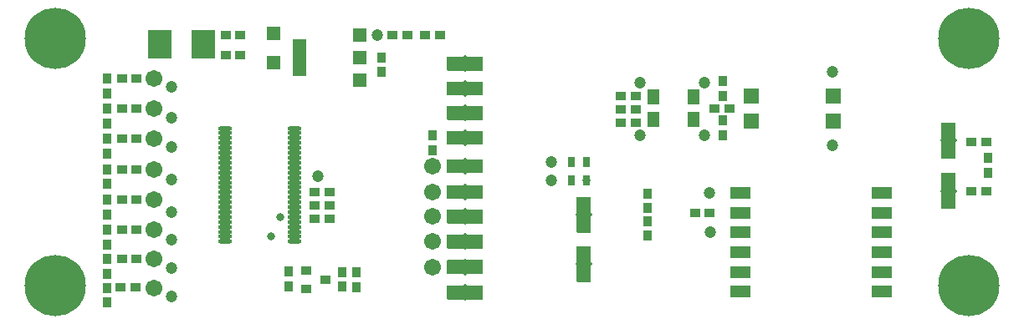
<source format=gts>
G04*
G04 #@! TF.GenerationSoftware,Altium Limited,Altium Designer,19.0.14 (431)*
G04*
G04 Layer_Color=8388736*
%FSLAX25Y25*%
%MOIN*%
G70*
G01*
G75*
%ADD18C,0.04737*%
G04:AMPARAMS|DCode=19|XSize=31.5mil|YSize=55.12mil|CornerRadius=3.15mil|HoleSize=0mil|Usage=FLASHONLY|Rotation=90.000|XOffset=0mil|YOffset=0mil|HoleType=Round|Shape=RoundedRectangle|*
%AMROUNDEDRECTD19*
21,1,0.03150,0.04882,0,0,90.0*
21,1,0.02520,0.05512,0,0,90.0*
1,1,0.00630,0.02441,0.01260*
1,1,0.00630,0.02441,-0.01260*
1,1,0.00630,-0.02441,-0.01260*
1,1,0.00630,-0.02441,0.01260*
%
%ADD19ROUNDEDRECTD19*%
G04:AMPARAMS|DCode=20|XSize=51.18mil|YSize=51.18mil|CornerRadius=5.12mil|HoleSize=0mil|Usage=FLASHONLY|Rotation=135.000|XOffset=0mil|YOffset=0mil|HoleType=Round|Shape=RoundedRectangle|*
%AMROUNDEDRECTD20*
21,1,0.05118,0.04095,0,0,135.0*
21,1,0.04095,0.05118,0,0,135.0*
1,1,0.01024,0.00000,0.02895*
1,1,0.01024,0.02895,0.00000*
1,1,0.01024,0.00000,-0.02895*
1,1,0.01024,-0.02895,0.00000*
%
%ADD20ROUNDEDRECTD20*%
%ADD21R,0.08280X0.04816*%
%ADD22R,0.03753X0.03950*%
%ADD23R,0.03950X0.03753*%
G04:AMPARAMS|DCode=24|XSize=31.5mil|YSize=55.12mil|CornerRadius=3.15mil|HoleSize=0mil|Usage=FLASHONLY|Rotation=0.000|XOffset=0mil|YOffset=0mil|HoleType=Round|Shape=RoundedRectangle|*
%AMROUNDEDRECTD24*
21,1,0.03150,0.04882,0,0,0.0*
21,1,0.02520,0.05512,0,0,0.0*
1,1,0.00630,0.01260,-0.02441*
1,1,0.00630,-0.01260,-0.02441*
1,1,0.00630,-0.01260,0.02441*
1,1,0.00630,0.01260,0.02441*
%
%ADD24ROUNDEDRECTD24*%
G04:AMPARAMS|DCode=25|XSize=51.18mil|YSize=51.18mil|CornerRadius=5.12mil|HoleSize=0mil|Usage=FLASHONLY|Rotation=45.000|XOffset=0mil|YOffset=0mil|HoleType=Round|Shape=RoundedRectangle|*
%AMROUNDEDRECTD25*
21,1,0.05118,0.04095,0,0,45.0*
21,1,0.04095,0.05118,0,0,45.0*
1,1,0.01024,0.02895,0.00000*
1,1,0.01024,0.00000,-0.02895*
1,1,0.01024,-0.02895,0.00000*
1,1,0.01024,0.00000,0.02895*
%
%ADD25ROUNDEDRECTD25*%
%ADD26R,0.06312X0.06312*%
%ADD27R,0.02769X0.04343*%
%ADD28R,0.05131X0.06115*%
%ADD29O,0.05721X0.01784*%
%ADD30R,0.09300X0.11599*%
%ADD31R,0.05524X0.05524*%
%ADD32R,0.04343X0.03556*%
%ADD33R,0.05524X0.14973*%
%ADD34R,0.05524X0.05524*%
%ADD35C,0.06706*%
%ADD36C,0.03162*%
%ADD37C,0.24422*%
G36*
X224409Y139764D02*
X210236D01*
Y145276D01*
X224409D01*
Y139764D01*
D02*
G37*
G36*
Y129921D02*
X210236D01*
Y135433D01*
X224409D01*
Y129921D01*
D02*
G37*
G36*
Y120079D02*
X210236D01*
Y125591D01*
X224409D01*
Y120079D01*
D02*
G37*
G36*
Y110236D02*
X210236D01*
Y115748D01*
X224409D01*
Y110236D01*
D02*
G37*
G36*
X412598Y104724D02*
X407087D01*
Y118898D01*
X412598D01*
Y104724D01*
D02*
G37*
G36*
X224409Y98819D02*
X210236D01*
Y104331D01*
X224409D01*
Y98819D01*
D02*
G37*
G36*
Y88583D02*
X210236D01*
Y94095D01*
X224409D01*
Y88583D01*
D02*
G37*
G36*
X412598Y84646D02*
X407087D01*
Y98819D01*
X412598D01*
Y84646D01*
D02*
G37*
G36*
X224409Y78740D02*
X210236D01*
Y84252D01*
X224409D01*
Y78740D01*
D02*
G37*
G36*
X267323Y75197D02*
X261811D01*
Y89370D01*
X267323D01*
Y75197D01*
D02*
G37*
G36*
X224409Y68764D02*
X210236D01*
Y74276D01*
X224409D01*
Y68764D01*
D02*
G37*
G36*
Y58661D02*
X210236D01*
Y64173D01*
X224409D01*
Y58661D01*
D02*
G37*
G36*
X267323Y55512D02*
X261811D01*
Y69685D01*
X267323D01*
Y55512D01*
D02*
G37*
G36*
X224409Y48425D02*
X210236D01*
Y53937D01*
X224409D01*
Y48425D01*
D02*
G37*
D18*
X363779Y109843D02*
D03*
Y139370D02*
D03*
X314961Y75197D02*
D03*
X314567Y90945D02*
D03*
X287008Y113870D02*
D03*
Y135039D02*
D03*
X100402Y133268D02*
D03*
X100394Y121112D02*
D03*
Y109449D02*
D03*
Y96457D02*
D03*
X100402Y83465D02*
D03*
X100394Y72441D02*
D03*
Y61024D02*
D03*
Y49606D02*
D03*
X182283Y153937D02*
D03*
X158661Y97638D02*
D03*
X251575Y103445D02*
D03*
X312598Y113870D02*
D03*
Y135039D02*
D03*
X251575Y96063D02*
D03*
D19*
X264567Y87795D02*
D03*
Y76772D02*
D03*
Y68110D02*
D03*
Y57087D02*
D03*
X409842Y117323D02*
D03*
Y106299D02*
D03*
Y97244D02*
D03*
Y86221D02*
D03*
D20*
X264567Y82284D02*
D03*
Y62598D02*
D03*
X409842Y111811D02*
D03*
Y91732D02*
D03*
D21*
X383465Y51585D02*
D03*
Y59459D02*
D03*
Y67333D02*
D03*
Y75207D02*
D03*
Y83081D02*
D03*
Y90955D02*
D03*
X327165Y51585D02*
D03*
Y59459D02*
D03*
Y67333D02*
D03*
Y75207D02*
D03*
Y83081D02*
D03*
Y90955D02*
D03*
D22*
X290158Y79724D02*
D03*
Y73819D02*
D03*
Y84842D02*
D03*
Y90748D02*
D03*
X425591Y99016D02*
D03*
Y104921D02*
D03*
X183858Y145079D02*
D03*
Y139173D02*
D03*
X174016Y53347D02*
D03*
Y59252D02*
D03*
X320079Y113976D02*
D03*
Y119882D02*
D03*
Y135630D02*
D03*
Y129724D02*
D03*
X204331Y113976D02*
D03*
Y108071D02*
D03*
X74516Y130705D02*
D03*
Y136610D02*
D03*
Y118658D02*
D03*
Y124563D02*
D03*
Y106705D02*
D03*
Y112610D02*
D03*
X168504Y59449D02*
D03*
Y53543D02*
D03*
X74516Y94532D02*
D03*
Y100437D02*
D03*
X146850Y59646D02*
D03*
Y53740D02*
D03*
X74516Y82252D02*
D03*
Y88157D02*
D03*
Y70252D02*
D03*
Y76157D02*
D03*
Y58705D02*
D03*
Y64610D02*
D03*
Y47205D02*
D03*
Y53110D02*
D03*
D23*
X308858Y83071D02*
D03*
X314764D02*
D03*
X425000Y111417D02*
D03*
X419095D02*
D03*
X425000Y91732D02*
D03*
X419095D02*
D03*
X194291Y153937D02*
D03*
X188386D02*
D03*
X285236Y118898D02*
D03*
X279331D02*
D03*
Y124409D02*
D03*
X285236D02*
D03*
Y129528D02*
D03*
X279331D02*
D03*
X322638Y124803D02*
D03*
X316732D02*
D03*
X80563Y136658D02*
D03*
X86468D02*
D03*
X80563Y124563D02*
D03*
X86468D02*
D03*
X80563Y112657D02*
D03*
X86468D02*
D03*
X121850Y153937D02*
D03*
X127756D02*
D03*
X121850Y146063D02*
D03*
X127756D02*
D03*
X80563Y100437D02*
D03*
X86468D02*
D03*
X80563Y88157D02*
D03*
X86468D02*
D03*
X201378Y153937D02*
D03*
X207283D02*
D03*
X80563Y76157D02*
D03*
X86468D02*
D03*
X80563Y64657D02*
D03*
X86468D02*
D03*
X80063Y53158D02*
D03*
X85969D02*
D03*
X157283Y91388D02*
D03*
X163189D02*
D03*
X157283Y80709D02*
D03*
X163189D02*
D03*
X157283Y85827D02*
D03*
X163189D02*
D03*
D24*
X222835Y61417D02*
D03*
X211811D02*
D03*
X222835Y51181D02*
D03*
X211811D02*
D03*
X222835Y81496D02*
D03*
X211811D02*
D03*
X222835Y71520D02*
D03*
X211811D02*
D03*
X222835Y91339D02*
D03*
X211811D02*
D03*
X222835Y101575D02*
D03*
X211811D02*
D03*
Y142520D02*
D03*
X222835D02*
D03*
X211811Y132677D02*
D03*
X222835D02*
D03*
X211811Y122835D02*
D03*
X222835D02*
D03*
X211811Y112992D02*
D03*
X222835D02*
D03*
D25*
X217323Y61417D02*
D03*
Y51181D02*
D03*
Y81496D02*
D03*
Y71520D02*
D03*
Y91339D02*
D03*
Y101575D02*
D03*
Y142520D02*
D03*
Y132677D02*
D03*
Y122835D02*
D03*
Y112992D02*
D03*
D26*
X331398Y129803D02*
D03*
Y119803D02*
D03*
X363878Y129803D02*
D03*
Y119803D02*
D03*
D27*
X259646Y103396D02*
D03*
X265551D02*
D03*
X259646Y96063D02*
D03*
X265551D02*
D03*
D28*
X292323Y120374D02*
D03*
X308465D02*
D03*
Y129232D02*
D03*
X292323D02*
D03*
D29*
X121736Y116795D02*
D03*
Y114827D02*
D03*
Y112858D02*
D03*
Y110890D02*
D03*
Y108921D02*
D03*
Y106953D02*
D03*
Y104984D02*
D03*
Y103016D02*
D03*
Y101047D02*
D03*
Y99079D02*
D03*
Y97110D02*
D03*
Y95142D02*
D03*
Y93173D02*
D03*
Y91205D02*
D03*
Y89236D02*
D03*
Y87268D02*
D03*
Y85299D02*
D03*
Y83331D02*
D03*
Y81362D02*
D03*
Y79394D02*
D03*
Y77425D02*
D03*
Y75457D02*
D03*
Y73488D02*
D03*
Y71520D02*
D03*
X149295Y116795D02*
D03*
Y114827D02*
D03*
Y112858D02*
D03*
Y110890D02*
D03*
Y108921D02*
D03*
Y106953D02*
D03*
Y104984D02*
D03*
Y103016D02*
D03*
Y101047D02*
D03*
Y99079D02*
D03*
Y97110D02*
D03*
Y95142D02*
D03*
Y93173D02*
D03*
Y91205D02*
D03*
Y89236D02*
D03*
Y87268D02*
D03*
Y85299D02*
D03*
Y83331D02*
D03*
Y81362D02*
D03*
Y79394D02*
D03*
Y77425D02*
D03*
Y75457D02*
D03*
Y73488D02*
D03*
Y71520D02*
D03*
D30*
X113031Y150394D02*
D03*
X95630D02*
D03*
D31*
X140945Y154724D02*
D03*
Y142913D02*
D03*
D32*
X153937Y60039D02*
D03*
Y52559D02*
D03*
X161811Y56299D02*
D03*
D33*
X151378Y144882D02*
D03*
D34*
X175394Y153937D02*
D03*
Y144882D02*
D03*
Y135827D02*
D03*
D35*
X93307Y112657D02*
D03*
Y64567D02*
D03*
Y88157D02*
D03*
Y76157D02*
D03*
Y53110D02*
D03*
Y136658D02*
D03*
Y100437D02*
D03*
Y124563D02*
D03*
X204331Y61417D02*
D03*
Y71653D02*
D03*
Y81496D02*
D03*
Y91339D02*
D03*
Y101575D02*
D03*
D36*
X265551Y96063D02*
D03*
X157283Y91388D02*
D03*
X174016Y53347D02*
D03*
X153937Y52559D02*
D03*
X146850Y53740D02*
D03*
X140157Y73488D02*
D03*
X143626Y81362D02*
D03*
X163386Y80709D02*
D03*
Y91339D02*
D03*
Y85827D02*
D03*
D37*
X418110Y152756D02*
D03*
Y53937D02*
D03*
X53937Y152756D02*
D03*
Y53937D02*
D03*
M02*

</source>
